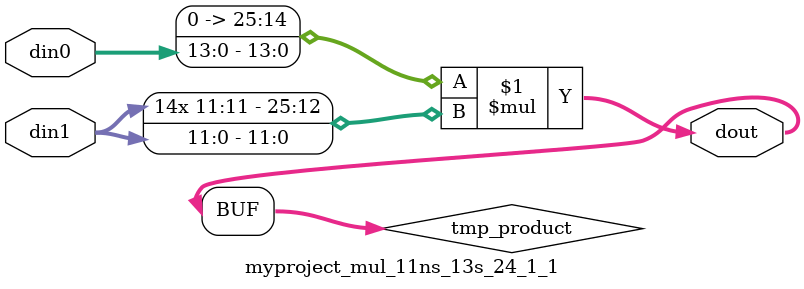
<source format=v>

`timescale 1 ns / 1 ps

  module myproject_mul_11ns_13s_24_1_1(din0, din1, dout);
parameter ID = 1;
parameter NUM_STAGE = 0;
parameter din0_WIDTH = 14;
parameter din1_WIDTH = 12;
parameter dout_WIDTH = 26;

input [din0_WIDTH - 1 : 0] din0; 
input [din1_WIDTH - 1 : 0] din1; 
output [dout_WIDTH - 1 : 0] dout;

wire signed [dout_WIDTH - 1 : 0] tmp_product;











assign tmp_product = $signed({1'b0, din0}) * $signed(din1);










assign dout = tmp_product;







endmodule

</source>
